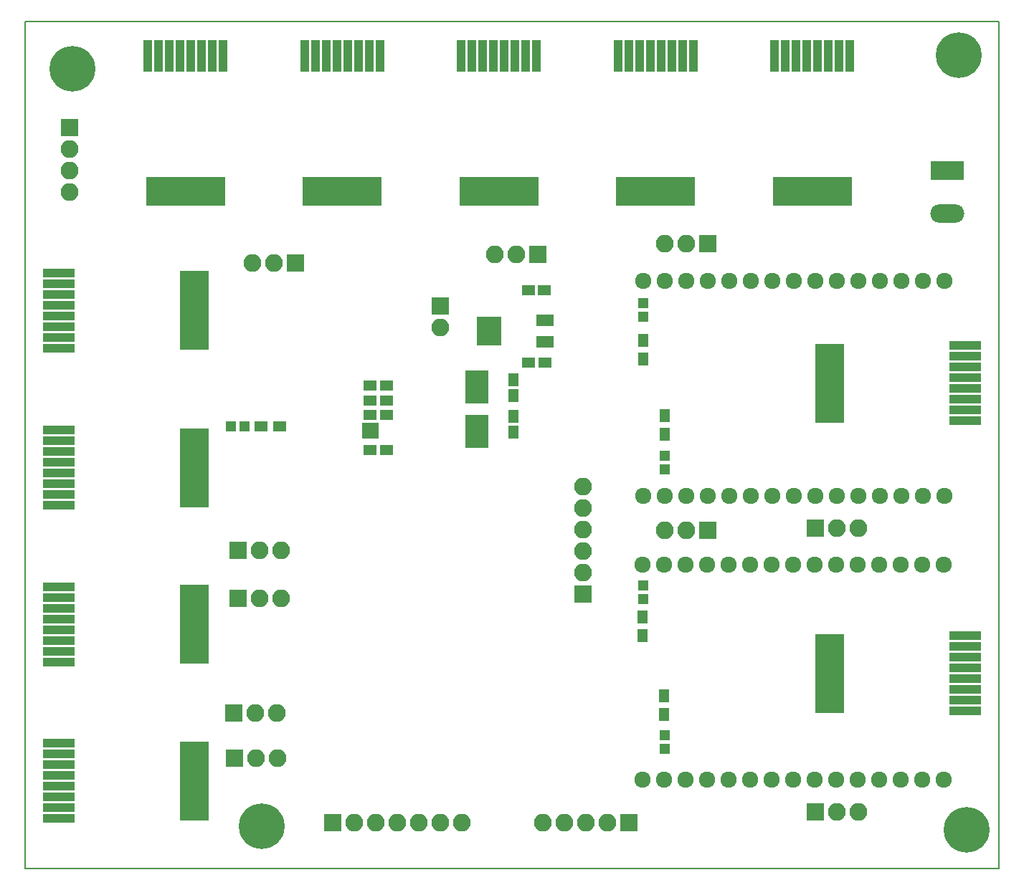
<source format=gbr>
G04 #@! TF.FileFunction,Soldermask,Top*
%FSLAX46Y46*%
G04 Gerber Fmt 4.6, Leading zero omitted, Abs format (unit mm)*
G04 Created by KiCad (PCBNEW 4.0.6) date 07/05/17 08:39:23*
%MOMM*%
%LPD*%
G01*
G04 APERTURE LIST*
%ADD10C,0.100000*%
%ADD11C,0.150000*%
%ADD12R,4.000000X2.200000*%
%ADD13O,4.000000X2.200000*%
%ADD14R,3.800000X1.000000*%
%ADD15R,3.400000X9.400000*%
%ADD16C,5.400000*%
%ADD17R,1.150000X1.600000*%
%ADD18R,1.600000X1.150000*%
%ADD19R,1.200000X1.200000*%
%ADD20R,2.100000X2.100000*%
%ADD21O,2.100000X2.100000*%
%ADD22R,1.000000X3.800000*%
%ADD23R,9.400000X3.400000*%
%ADD24R,1.600000X1.300000*%
%ADD25C,1.924000*%
%ADD26R,2.800000X3.900000*%
%ADD27R,2.000000X1.400000*%
%ADD28R,2.900000X3.400000*%
%ADD29R,1.300000X1.600000*%
G04 APERTURE END LIST*
D10*
D11*
X66000000Y-35000000D02*
X66000000Y-135000000D01*
X66000000Y-135000000D02*
X181000000Y-135000000D01*
X181000000Y-35000000D02*
X181000000Y-135000000D01*
X66000000Y-35000000D02*
X181000000Y-35000000D01*
D10*
G36*
X105810000Y-84240000D02*
X105810000Y-82340000D01*
X107710000Y-82340000D01*
X107710000Y-84240000D01*
X105810000Y-84240000D01*
X105810000Y-84240000D01*
G37*
D12*
X174880000Y-52580000D03*
D13*
X174880000Y-57660000D03*
D14*
X70000000Y-73565000D03*
X70000000Y-72295000D03*
X70000000Y-71025000D03*
X70000000Y-69755000D03*
X70000000Y-68485000D03*
X70000000Y-67215000D03*
X70000000Y-65945000D03*
X70000000Y-64675000D03*
D15*
X86000000Y-69120000D03*
D14*
X70000000Y-110615000D03*
X70000000Y-109345000D03*
X70000000Y-108075000D03*
X70000000Y-106805000D03*
X70000000Y-105535000D03*
X70000000Y-104265000D03*
X70000000Y-102995000D03*
X70000000Y-101725000D03*
D15*
X86000000Y-106170000D03*
D16*
X71630000Y-40510000D03*
X93980000Y-130050000D03*
X177170000Y-130430000D03*
D17*
X123698000Y-77282000D03*
X123698000Y-79182000D03*
X123698000Y-83500000D03*
X123698000Y-81600000D03*
D18*
X127340000Y-66710000D03*
X125440000Y-66710000D03*
X125450000Y-75240000D03*
X127350000Y-75240000D03*
X106746000Y-77978000D03*
X108646000Y-77978000D03*
X106740000Y-79720000D03*
X108640000Y-79720000D03*
X106750000Y-81430000D03*
X108650000Y-81430000D03*
X106746000Y-85598000D03*
X108646000Y-85598000D03*
D19*
X90300000Y-82840000D03*
X91900000Y-82840000D03*
X138950000Y-101600000D03*
X138950000Y-103200000D03*
X141490000Y-120890000D03*
X141490000Y-119290000D03*
X139010000Y-68270000D03*
X139010000Y-69870000D03*
X141540000Y-87900000D03*
X141540000Y-86300000D03*
D20*
X71290000Y-47470000D03*
D21*
X71290000Y-50010000D03*
X71290000Y-52550000D03*
X71290000Y-55090000D03*
D20*
X115062000Y-68580000D03*
D21*
X115062000Y-71120000D03*
D20*
X131840000Y-102590000D03*
D21*
X131840000Y-100050000D03*
X131840000Y-97510000D03*
X131840000Y-94970000D03*
X131840000Y-92430000D03*
X131840000Y-89890000D03*
D20*
X102320000Y-129620000D03*
D21*
X104860000Y-129620000D03*
X107400000Y-129620000D03*
X109940000Y-129620000D03*
X112480000Y-129620000D03*
X115020000Y-129620000D03*
X117560000Y-129620000D03*
D20*
X137270000Y-129650000D03*
D21*
X134730000Y-129650000D03*
X132190000Y-129650000D03*
X129650000Y-129650000D03*
X127110000Y-129650000D03*
D20*
X126510000Y-62470000D03*
D21*
X123970000Y-62470000D03*
X121430000Y-62470000D03*
D20*
X97900000Y-63480000D03*
D21*
X95360000Y-63480000D03*
X92820000Y-63480000D03*
D20*
X146570000Y-95050000D03*
D21*
X144030000Y-95050000D03*
X141490000Y-95050000D03*
D20*
X159310000Y-128320000D03*
D21*
X161850000Y-128320000D03*
X164390000Y-128320000D03*
D14*
X177000000Y-107565000D03*
X177000000Y-108835000D03*
X177000000Y-110105000D03*
X177000000Y-111375000D03*
X177000000Y-112645000D03*
X177000000Y-113915000D03*
X177000000Y-115185000D03*
X177000000Y-116455000D03*
D15*
X161000000Y-112010000D03*
D20*
X146590000Y-61170000D03*
D21*
X144050000Y-61170000D03*
X141510000Y-61170000D03*
D20*
X159350000Y-94850000D03*
D21*
X161890000Y-94850000D03*
X164430000Y-94850000D03*
D14*
X177000000Y-73255000D03*
X177000000Y-74525000D03*
X177000000Y-75795000D03*
X177000000Y-77065000D03*
X177000000Y-78335000D03*
X177000000Y-79605000D03*
X177000000Y-80875000D03*
X177000000Y-82145000D03*
D15*
X161000000Y-77700000D03*
D22*
X117515000Y-39000000D03*
X118785000Y-39000000D03*
X120055000Y-39000000D03*
X121325000Y-39000000D03*
X122595000Y-39000000D03*
X123865000Y-39000000D03*
X125135000Y-39000000D03*
X126405000Y-39000000D03*
D23*
X121960000Y-55000000D03*
D22*
X80515000Y-39000000D03*
X81785000Y-39000000D03*
X83055000Y-39000000D03*
X84325000Y-39000000D03*
X85595000Y-39000000D03*
X86865000Y-39000000D03*
X88135000Y-39000000D03*
X89405000Y-39000000D03*
D23*
X84960000Y-55000000D03*
D22*
X136015000Y-39000000D03*
X137285000Y-39000000D03*
X138555000Y-39000000D03*
X139825000Y-39000000D03*
X141095000Y-39000000D03*
X142365000Y-39000000D03*
X143635000Y-39000000D03*
X144905000Y-39000000D03*
D23*
X140460000Y-55000000D03*
D14*
X70000000Y-129115000D03*
X70000000Y-127845000D03*
X70000000Y-126575000D03*
X70000000Y-125305000D03*
X70000000Y-124035000D03*
X70000000Y-122765000D03*
X70000000Y-121495000D03*
X70000000Y-120225000D03*
D15*
X86000000Y-124670000D03*
D22*
X99015000Y-39000000D03*
X100285000Y-39000000D03*
X101555000Y-39000000D03*
X102825000Y-39000000D03*
X104095000Y-39000000D03*
X105365000Y-39000000D03*
X106635000Y-39000000D03*
X107905000Y-39000000D03*
D23*
X103460000Y-55000000D03*
D14*
X70000000Y-92115000D03*
X70000000Y-90845000D03*
X70000000Y-89575000D03*
X70000000Y-88305000D03*
X70000000Y-87035000D03*
X70000000Y-85765000D03*
X70000000Y-84495000D03*
X70000000Y-83225000D03*
D15*
X86000000Y-87670000D03*
D20*
X90640000Y-116680000D03*
D21*
X93180000Y-116680000D03*
X95720000Y-116680000D03*
D20*
X90770000Y-121970000D03*
D21*
X93310000Y-121970000D03*
X95850000Y-121970000D03*
D20*
X91140000Y-97450000D03*
D21*
X93680000Y-97450000D03*
X96220000Y-97450000D03*
D20*
X91140000Y-103150000D03*
D21*
X93680000Y-103150000D03*
X96220000Y-103150000D03*
D24*
X96080000Y-82830000D03*
X93880000Y-82830000D03*
D25*
X138940000Y-99110000D03*
X141480000Y-99110000D03*
X144020000Y-99110000D03*
X146560000Y-99110000D03*
X149100000Y-99110000D03*
X151640000Y-99110000D03*
X154180000Y-99110000D03*
X156720000Y-99110000D03*
X159260000Y-99110000D03*
X161800000Y-99110000D03*
X164340000Y-99110000D03*
X166880000Y-99110000D03*
X169420000Y-99110000D03*
X171960000Y-99110000D03*
X174500000Y-99110000D03*
X174500000Y-124510000D03*
X171960000Y-124510000D03*
X169420000Y-124510000D03*
X166880000Y-124510000D03*
X164340000Y-124510000D03*
X161800000Y-124510000D03*
X159260000Y-124510000D03*
X156720000Y-124510000D03*
X154180000Y-124510000D03*
X151640000Y-124510000D03*
X149100000Y-124510000D03*
X146560000Y-124510000D03*
X144020000Y-124510000D03*
X141480000Y-124510000D03*
X138940000Y-124510000D03*
X139010000Y-65610000D03*
X141550000Y-65610000D03*
X144090000Y-65610000D03*
X146630000Y-65610000D03*
X149170000Y-65610000D03*
X151710000Y-65610000D03*
X154250000Y-65610000D03*
X156790000Y-65610000D03*
X159330000Y-65610000D03*
X161870000Y-65610000D03*
X164410000Y-65610000D03*
X166950000Y-65610000D03*
X169490000Y-65610000D03*
X172030000Y-65610000D03*
X174570000Y-65610000D03*
X174570000Y-91010000D03*
X172030000Y-91010000D03*
X169490000Y-91010000D03*
X166950000Y-91010000D03*
X164410000Y-91010000D03*
X161870000Y-91010000D03*
X159330000Y-91010000D03*
X156790000Y-91010000D03*
X154250000Y-91010000D03*
X151710000Y-91010000D03*
X149170000Y-91010000D03*
X146630000Y-91010000D03*
X144090000Y-91010000D03*
X141550000Y-91010000D03*
X139010000Y-91010000D03*
D26*
X119380000Y-83372000D03*
X119380000Y-78172000D03*
D27*
X127353333Y-70260000D03*
X127353333Y-72800000D03*
D28*
X120803333Y-71530000D03*
D29*
X141460000Y-116860000D03*
X141460000Y-114660000D03*
X139000000Y-72610000D03*
X139000000Y-74810000D03*
X141550000Y-83740000D03*
X141550000Y-81540000D03*
X138930000Y-105320000D03*
X138930000Y-107520000D03*
D16*
X176240000Y-38960000D03*
D22*
X154515000Y-39000000D03*
X155785000Y-39000000D03*
X157055000Y-39000000D03*
X158325000Y-39000000D03*
X159595000Y-39000000D03*
X160865000Y-39000000D03*
X162135000Y-39000000D03*
X163405000Y-39000000D03*
D23*
X158960000Y-55000000D03*
M02*

</source>
